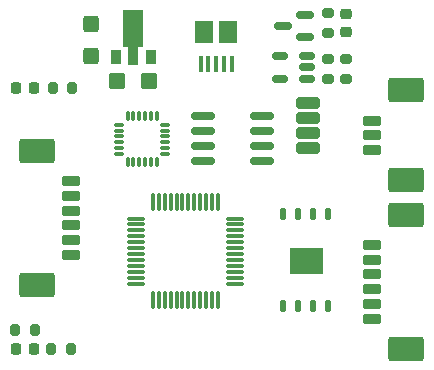
<source format=gbr>
%TF.GenerationSoftware,KiCad,Pcbnew,(6.0.0)*%
%TF.CreationDate,2022-05-23T22:47:49+07:00*%
%TF.ProjectId,MINI-FC,4d494e49-2d46-4432-9e6b-696361645f70,rev?*%
%TF.SameCoordinates,Original*%
%TF.FileFunction,Paste,Top*%
%TF.FilePolarity,Positive*%
%FSLAX46Y46*%
G04 Gerber Fmt 4.6, Leading zero omitted, Abs format (unit mm)*
G04 Created by KiCad (PCBNEW (6.0.0)) date 2022-05-23 22:47:49*
%MOMM*%
%LPD*%
G01*
G04 APERTURE LIST*
G04 Aperture macros list*
%AMRoundRect*
0 Rectangle with rounded corners*
0 $1 Rounding radius*
0 $2 $3 $4 $5 $6 $7 $8 $9 X,Y pos of 4 corners*
0 Add a 4 corners polygon primitive as box body*
4,1,4,$2,$3,$4,$5,$6,$7,$8,$9,$2,$3,0*
0 Add four circle primitives for the rounded corners*
1,1,$1+$1,$2,$3*
1,1,$1+$1,$4,$5*
1,1,$1+$1,$6,$7*
1,1,$1+$1,$8,$9*
0 Add four rect primitives between the rounded corners*
20,1,$1+$1,$2,$3,$4,$5,0*
20,1,$1+$1,$4,$5,$6,$7,0*
20,1,$1+$1,$6,$7,$8,$9,0*
20,1,$1+$1,$8,$9,$2,$3,0*%
%AMFreePoly0*
4,1,9,3.862500,-0.866500,0.737500,-0.866500,0.737500,-0.450000,-0.737500,-0.450000,-0.737500,0.450000,0.737500,0.450000,0.737500,0.866500,3.862500,0.866500,3.862500,-0.866500,3.862500,-0.866500,$1*%
G04 Aperture macros list end*
%ADD10C,0.010000*%
%ADD11RoundRect,0.150000X0.825000X0.150000X-0.825000X0.150000X-0.825000X-0.150000X0.825000X-0.150000X0*%
%ADD12RoundRect,0.200000X0.275000X-0.200000X0.275000X0.200000X-0.275000X0.200000X-0.275000X-0.200000X0*%
%ADD13RoundRect,0.200000X0.200000X0.275000X-0.200000X0.275000X-0.200000X-0.275000X0.200000X-0.275000X0*%
%ADD14RoundRect,0.250000X0.450000X0.425000X-0.450000X0.425000X-0.450000X-0.425000X0.450000X-0.425000X0*%
%ADD15RoundRect,0.200000X-0.275000X0.200000X-0.275000X-0.200000X0.275000X-0.200000X0.275000X0.200000X0*%
%ADD16RoundRect,0.066000X0.154000X-0.404000X0.154000X0.404000X-0.154000X0.404000X-0.154000X-0.404000X0*%
%ADD17RoundRect,0.075000X-0.662500X-0.075000X0.662500X-0.075000X0.662500X0.075000X-0.662500X0.075000X0*%
%ADD18RoundRect,0.075000X-0.075000X-0.662500X0.075000X-0.662500X0.075000X0.662500X-0.075000X0.662500X0*%
%ADD19RoundRect,0.250000X-0.750000X-0.250000X0.750000X-0.250000X0.750000X0.250000X-0.750000X0.250000X0*%
%ADD20R,0.900000X1.300000*%
%ADD21FreePoly0,90.000000*%
%ADD22RoundRect,0.075000X0.350000X0.075000X-0.350000X0.075000X-0.350000X-0.075000X0.350000X-0.075000X0*%
%ADD23RoundRect,0.075000X-0.075000X0.350000X-0.075000X-0.350000X0.075000X-0.350000X0.075000X0.350000X0*%
%ADD24RoundRect,0.150000X0.587500X0.150000X-0.587500X0.150000X-0.587500X-0.150000X0.587500X-0.150000X0*%
%ADD25RoundRect,0.200000X0.600000X-0.200000X0.600000X0.200000X-0.600000X0.200000X-0.600000X-0.200000X0*%
%ADD26RoundRect,0.250001X1.249999X-0.799999X1.249999X0.799999X-1.249999X0.799999X-1.249999X-0.799999X0*%
%ADD27RoundRect,0.218750X0.256250X-0.218750X0.256250X0.218750X-0.256250X0.218750X-0.256250X-0.218750X0*%
%ADD28RoundRect,0.150000X0.512500X0.150000X-0.512500X0.150000X-0.512500X-0.150000X0.512500X-0.150000X0*%
%ADD29RoundRect,0.218750X-0.218750X-0.256250X0.218750X-0.256250X0.218750X0.256250X-0.218750X0.256250X0*%
%ADD30RoundRect,0.200000X-0.200000X-0.275000X0.200000X-0.275000X0.200000X0.275000X-0.200000X0.275000X0*%
%ADD31RoundRect,0.200000X-0.600000X0.200000X-0.600000X-0.200000X0.600000X-0.200000X0.600000X0.200000X0*%
%ADD32RoundRect,0.250001X-1.249999X0.799999X-1.249999X-0.799999X1.249999X-0.799999X1.249999X0.799999X0*%
%ADD33RoundRect,0.250000X-0.425000X0.450000X-0.425000X-0.450000X0.425000X-0.450000X0.425000X0.450000X0*%
%ADD34R,0.400000X1.350000*%
%ADD35R,1.500000X1.900000*%
G04 APERTURE END LIST*
D10*
%TO.C,U2*%
X124050000Y-82875610D02*
X124050000Y-80725000D01*
X124050000Y-80725000D02*
X126750770Y-80725000D01*
X126750770Y-80725000D02*
X126750770Y-82875610D01*
X126750770Y-82875610D02*
X124050000Y-82875610D01*
G36*
X126750770Y-82875610D02*
G01*
X124050000Y-82875610D01*
X124050000Y-80725000D01*
X126750770Y-80725000D01*
X126750770Y-82875610D01*
G37*
X126750770Y-82875610D02*
X124050000Y-82875610D01*
X124050000Y-80725000D01*
X126750770Y-80725000D01*
X126750770Y-82875610D01*
%TD*%
D11*
%TO.C,U4*%
X121675000Y-73405000D03*
X121675000Y-72135000D03*
X121675000Y-70865000D03*
X121675000Y-69595000D03*
X116725000Y-69595000D03*
X116725000Y-70865000D03*
X116725000Y-72135000D03*
X116725000Y-73405000D03*
%TD*%
D12*
%TO.C,R4*%
X127300000Y-62525000D03*
X127300000Y-60875000D03*
%TD*%
D13*
%TO.C,R5*%
X105600000Y-67200000D03*
X103950000Y-67200000D03*
%TD*%
D14*
%TO.C,C16*%
X112100000Y-66600000D03*
X109400000Y-66600000D03*
%TD*%
D15*
%TO.C,R16*%
X128762500Y-64750000D03*
X128762500Y-66400000D03*
%TD*%
D16*
%TO.C,U2*%
X123495000Y-85695000D03*
X124765000Y-85695000D03*
X126035000Y-85695000D03*
X127305000Y-85695000D03*
X127305000Y-77905000D03*
X126035000Y-77905000D03*
X124765000Y-77905000D03*
X123495000Y-77905000D03*
%TD*%
D17*
%TO.C,U1*%
X111037500Y-78250000D03*
X111037500Y-78750000D03*
X111037500Y-79250000D03*
X111037500Y-79750000D03*
X111037500Y-80250000D03*
X111037500Y-80750000D03*
X111037500Y-81250000D03*
X111037500Y-81750000D03*
X111037500Y-82250000D03*
X111037500Y-82750000D03*
X111037500Y-83250000D03*
X111037500Y-83750000D03*
D18*
X112450000Y-85162500D03*
X112950000Y-85162500D03*
X113450000Y-85162500D03*
X113950000Y-85162500D03*
X114450000Y-85162500D03*
X114950000Y-85162500D03*
X115450000Y-85162500D03*
X115950000Y-85162500D03*
X116450000Y-85162500D03*
X116950000Y-85162500D03*
X117450000Y-85162500D03*
X117950000Y-85162500D03*
D17*
X119362500Y-83750000D03*
X119362500Y-83250000D03*
X119362500Y-82750000D03*
X119362500Y-82250000D03*
X119362500Y-81750000D03*
X119362500Y-81250000D03*
X119362500Y-80750000D03*
X119362500Y-80250000D03*
X119362500Y-79750000D03*
X119362500Y-79250000D03*
X119362500Y-78750000D03*
X119362500Y-78250000D03*
D18*
X117950000Y-76837500D03*
X117450000Y-76837500D03*
X116950000Y-76837500D03*
X116450000Y-76837500D03*
X115950000Y-76837500D03*
X115450000Y-76837500D03*
X114950000Y-76837500D03*
X114450000Y-76837500D03*
X113950000Y-76837500D03*
X113450000Y-76837500D03*
X112950000Y-76837500D03*
X112450000Y-76837500D03*
%TD*%
D19*
%TO.C,J2*%
X125600000Y-68460000D03*
X125600000Y-69730000D03*
X125600000Y-71000000D03*
X125600000Y-72270000D03*
%TD*%
D20*
%TO.C,U5*%
X109300000Y-64600000D03*
D21*
X110800000Y-64512500D03*
D20*
X112300000Y-64600000D03*
%TD*%
D22*
%TO.C,U3*%
X113500000Y-72800000D03*
X113500000Y-72300000D03*
X113500000Y-71800000D03*
X113500000Y-71300000D03*
X113500000Y-70800000D03*
X113500000Y-70300000D03*
D23*
X112800000Y-69600000D03*
X112300000Y-69600000D03*
X111800000Y-69600000D03*
X111300000Y-69600000D03*
X110800000Y-69600000D03*
X110300000Y-69600000D03*
D22*
X109600000Y-70300000D03*
X109600000Y-70800000D03*
X109600000Y-71300000D03*
X109600000Y-71800000D03*
X109600000Y-72300000D03*
X109600000Y-72800000D03*
D23*
X110300000Y-73500000D03*
X110800000Y-73500000D03*
X111300000Y-73500000D03*
X111800000Y-73500000D03*
X112300000Y-73500000D03*
X112800000Y-73500000D03*
%TD*%
D24*
%TO.C,Q1*%
X125300000Y-62900000D03*
X125300000Y-61000000D03*
X123425000Y-61950000D03*
%TD*%
D25*
%TO.C,RCIN2*%
X131000000Y-86725000D03*
X131000000Y-85475000D03*
X131000000Y-84225000D03*
X131000000Y-82975000D03*
X131000000Y-81725000D03*
X131000000Y-80475000D03*
D26*
X133900000Y-77925000D03*
X133900000Y-89275000D03*
%TD*%
D25*
%TO.C,PPM1*%
X131000000Y-72450000D03*
X131000000Y-71200000D03*
X131000000Y-69950000D03*
D26*
X133900000Y-75000000D03*
X133900000Y-67400000D03*
%TD*%
D27*
%TO.C,D1*%
X128800000Y-62475000D03*
X128800000Y-60900000D03*
%TD*%
D13*
%TO.C,R6*%
X105500000Y-89300000D03*
X103850000Y-89300000D03*
%TD*%
D28*
%TO.C,U6*%
X125500000Y-66400000D03*
X125500000Y-65450000D03*
X125500000Y-64500000D03*
X123225000Y-64500000D03*
X123225000Y-66400000D03*
%TD*%
D29*
%TO.C,D3*%
X100812500Y-89300000D03*
X102387500Y-89300000D03*
%TD*%
D30*
%TO.C,R1*%
X100800000Y-87700000D03*
X102450000Y-87700000D03*
%TD*%
D31*
%TO.C,RCIN1*%
X105500000Y-75075000D03*
X105500000Y-76325000D03*
X105500000Y-77575000D03*
X105500000Y-78825000D03*
X105500000Y-80075000D03*
X105500000Y-81325000D03*
D32*
X102600000Y-83875000D03*
X102600000Y-72525000D03*
%TD*%
D29*
%TO.C,D2*%
X100812500Y-67200000D03*
X102387500Y-67200000D03*
%TD*%
D33*
%TO.C,C17*%
X107200000Y-61800000D03*
X107200000Y-64500000D03*
%TD*%
D12*
%TO.C,R17*%
X127262500Y-66400000D03*
X127262500Y-64750000D03*
%TD*%
D34*
%TO.C,J1*%
X119100000Y-65162500D03*
X118450000Y-65162500D03*
X117800000Y-65162500D03*
X117150000Y-65162500D03*
X116500000Y-65162500D03*
D35*
X116800000Y-62462500D03*
X118800000Y-62462500D03*
%TD*%
M02*

</source>
